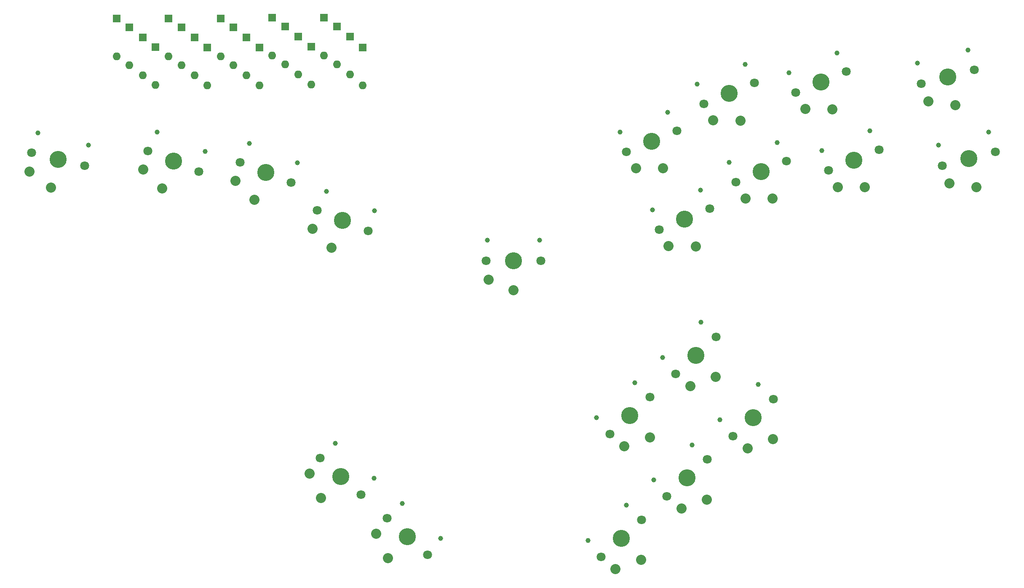
<source format=gbr>
%TF.GenerationSoftware,KiCad,Pcbnew,(6.0.4-0)*%
%TF.CreationDate,2022-08-03T16:22:01+02:00*%
%TF.ProjectId,ergosmash,6572676f-736d-4617-9368-2e6b69636164,rev?*%
%TF.SameCoordinates,Original*%
%TF.FileFunction,Soldermask,Bot*%
%TF.FilePolarity,Negative*%
%FSLAX46Y46*%
G04 Gerber Fmt 4.6, Leading zero omitted, Abs format (unit mm)*
G04 Created by KiCad (PCBNEW (6.0.4-0)) date 2022-08-03 16:22:01*
%MOMM*%
%LPD*%
G01*
G04 APERTURE LIST*
%ADD10C,0.990600*%
%ADD11C,1.800000*%
%ADD12C,3.429000*%
%ADD13C,2.032000*%
%ADD14R,1.600000X1.600000*%
%ADD15O,1.600000X1.600000*%
G04 APERTURE END LIST*
D10*
%TO.C,SW20*%
X225795836Y-48880389D03*
D11*
X226576351Y-53016715D03*
D12*
X231901163Y-51639625D03*
D11*
X237225975Y-50262535D03*
D10*
X235903298Y-46266421D03*
D13*
X233378405Y-57351696D03*
X228011869Y-56570486D03*
%TD*%
D10*
%TO.C,SW19*%
X199976676Y-50815841D03*
D11*
X201325261Y-54803287D03*
D12*
X206406598Y-52698528D03*
D11*
X211487935Y-50593769D03*
D10*
X209621979Y-46820626D03*
D13*
X208664430Y-58149417D03*
X203241397Y-58122687D03*
%TD*%
D10*
%TO.C,SW18*%
X181489256Y-53108277D03*
D11*
X182837841Y-57095723D03*
D12*
X187919178Y-54990964D03*
D11*
X193000515Y-52886205D03*
D10*
X191134559Y-49113062D03*
D13*
X190177010Y-60441853D03*
X184753977Y-60415123D03*
%TD*%
D10*
%TO.C,SW17*%
X165961226Y-62725464D03*
D11*
X167309811Y-66712910D03*
D12*
X172391148Y-64608151D03*
D11*
X177472485Y-62503392D03*
D10*
X175606529Y-58730249D03*
D13*
X174648980Y-70059040D03*
X169225947Y-70032310D03*
%TD*%
D10*
%TO.C,SW16*%
X230005538Y-65351224D03*
D11*
X230786053Y-69487550D03*
D12*
X236110865Y-68110460D03*
D11*
X241435677Y-66733370D03*
D10*
X240113000Y-62737256D03*
D13*
X237588107Y-73822531D03*
X232221571Y-73041321D03*
%TD*%
D10*
%TO.C,SW15*%
X206530426Y-66503045D03*
D11*
X207879011Y-70490491D03*
D12*
X212960348Y-68385732D03*
D11*
X218041685Y-66280973D03*
D10*
X216175729Y-62507830D03*
D13*
X215218180Y-73836621D03*
X209795147Y-73809891D03*
%TD*%
D10*
%TO.C,SW14*%
X187968485Y-68825591D03*
D11*
X189317070Y-72813037D03*
D12*
X194398407Y-70708278D03*
D11*
X199479744Y-68603519D03*
D10*
X197613788Y-64830376D03*
D13*
X196656239Y-76159167D03*
X191233206Y-76132437D03*
%TD*%
D10*
%TO.C,SW13*%
X172514975Y-78412669D03*
D11*
X173863560Y-82400115D03*
D12*
X178944897Y-80295356D03*
D11*
X184026234Y-78190597D03*
D10*
X182160278Y-74417454D03*
D13*
X181202729Y-85746245D03*
X175779696Y-85719515D03*
%TD*%
D10*
%TO.C,SW12*%
X161301769Y-120270594D03*
D11*
X163932811Y-123556324D03*
D12*
X167987836Y-119840578D03*
D11*
X172042861Y-116124832D03*
D10*
X168998945Y-113217432D03*
D13*
X171973818Y-124190514D03*
X166868692Y-126020183D03*
%TD*%
D10*
%TO.C,SW11*%
X174572763Y-108109970D03*
D11*
X177203805Y-111395700D03*
D12*
X181258830Y-107679954D03*
D11*
X185313855Y-103964208D03*
D10*
X182269939Y-101056808D03*
D13*
X185244812Y-112029890D03*
X180139686Y-113859559D03*
%TD*%
D10*
%TO.C,SW10*%
X172786808Y-132804310D03*
D11*
X175417850Y-136090040D03*
D12*
X179472875Y-132374294D03*
D11*
X183527900Y-128658548D03*
D10*
X180483984Y-125751148D03*
D13*
X183458857Y-136724230D03*
X178353731Y-138553899D03*
%TD*%
D10*
%TO.C,SW9*%
X186057798Y-120643685D03*
D11*
X188688840Y-123929415D03*
D12*
X192743865Y-120213669D03*
D11*
X196798890Y-116497923D03*
D10*
X193754974Y-113590523D03*
D13*
X196729847Y-124563605D03*
X191624721Y-126393274D03*
%TD*%
D10*
%TO.C,SW8*%
X139368470Y-84475535D03*
D11*
X139088470Y-88675535D03*
D12*
X144588470Y-88675535D03*
D11*
X150088470Y-88675535D03*
D10*
X149808470Y-84475535D03*
D13*
X144588470Y-94575535D03*
X139588470Y-92475535D03*
%TD*%
D10*
%TO.C,SW7*%
X159538103Y-144944510D03*
D11*
X162169145Y-148230240D03*
D12*
X166224170Y-144514494D03*
D11*
X170279195Y-140798748D03*
D10*
X167235279Y-137891348D03*
D13*
X170210152Y-148864430D03*
X165105026Y-150694099D03*
%TD*%
D10*
%TO.C,SW6*%
X122193876Y-137545903D03*
D11*
X119175446Y-140479755D03*
D12*
X123262743Y-144159973D03*
D11*
X127350040Y-147840191D03*
D10*
X129952308Y-144531626D03*
D13*
X119314872Y-148544527D03*
X117004323Y-143638270D03*
%TD*%
D10*
%TO.C,SW5*%
X108775788Y-125443344D03*
D11*
X105757358Y-128377196D03*
D12*
X109844655Y-132057414D03*
D11*
X113931952Y-135737632D03*
D10*
X116534220Y-132429067D03*
D13*
X105896784Y-136441968D03*
X103586235Y-131535711D03*
%TD*%
D10*
%TO.C,SW4*%
X106976596Y-74699539D03*
D11*
X105143637Y-78488822D03*
D12*
X110243148Y-80549158D03*
D11*
X115342659Y-82609494D03*
D10*
X116656395Y-78610432D03*
D13*
X108032969Y-86019543D03*
X104183724Y-82199424D03*
%TD*%
D10*
%TO.C,SW3*%
X91494815Y-65039600D03*
D11*
X89661856Y-68828883D03*
D12*
X94761367Y-70889219D03*
D11*
X99860878Y-72949555D03*
D10*
X101174614Y-68950493D03*
D13*
X92551188Y-76359604D03*
X88701943Y-72539485D03*
%TD*%
D10*
%TO.C,SW2*%
X72951567Y-62770697D03*
D11*
X71118608Y-66559980D03*
D12*
X76218119Y-68620316D03*
D11*
X81317630Y-70680652D03*
D10*
X82631366Y-66681590D03*
D13*
X74007940Y-74090701D03*
X70158695Y-70270582D03*
%TD*%
D10*
%TO.C,SW1*%
X49011961Y-62890514D03*
D11*
X47724207Y-66898018D03*
D12*
X53060833Y-68228588D03*
D11*
X58397459Y-69559158D03*
D10*
X59141849Y-65416178D03*
D13*
X51633494Y-73953333D03*
X47290051Y-70706102D03*
%TD*%
D14*
%TO.C,D5*%
X75200000Y-39851868D03*
D15*
X75200000Y-47471868D03*
%TD*%
D14*
%TO.C,D1*%
X64800000Y-39851866D03*
D15*
X64800000Y-47471866D03*
%TD*%
D14*
%TO.C,D10*%
X88300000Y-41661869D03*
D15*
X88300000Y-49281869D03*
%TD*%
D14*
%TO.C,D8*%
X83047150Y-45731868D03*
D15*
X83047150Y-53351868D03*
%TD*%
D14*
%TO.C,D4*%
X72600000Y-45661866D03*
D15*
X72600000Y-53281866D03*
%TD*%
D14*
%TO.C,D13*%
X96100000Y-39731864D03*
D15*
X96100000Y-47351864D03*
%TD*%
D14*
%TO.C,D19*%
X111700000Y-43541864D03*
D15*
X111700000Y-51161864D03*
%TD*%
D14*
%TO.C,D16*%
X103900000Y-45541866D03*
D15*
X103900000Y-53161866D03*
%TD*%
D14*
%TO.C,D20*%
X114300000Y-45731866D03*
D15*
X114300000Y-53351866D03*
%TD*%
D14*
%TO.C,D18*%
X109100000Y-41541865D03*
D15*
X109100000Y-49161865D03*
%TD*%
D14*
%TO.C,D6*%
X77847152Y-41661867D03*
D15*
X77847152Y-49281867D03*
%TD*%
D14*
%TO.C,D17*%
X106500000Y-39731868D03*
D15*
X106500000Y-47351868D03*
%TD*%
D14*
%TO.C,D12*%
X93500000Y-45731866D03*
D15*
X93500000Y-53351866D03*
%TD*%
D14*
%TO.C,D2*%
X67400000Y-41661866D03*
D15*
X67400000Y-49281866D03*
%TD*%
D14*
%TO.C,D9*%
X85700000Y-39851865D03*
D15*
X85700000Y-47471865D03*
%TD*%
D14*
%TO.C,D14*%
X98700000Y-41541865D03*
D15*
X98700000Y-49161865D03*
%TD*%
D14*
%TO.C,D7*%
X80447156Y-43661864D03*
D15*
X80447156Y-51281864D03*
%TD*%
D14*
%TO.C,D15*%
X101300000Y-43541867D03*
D15*
X101300000Y-51161867D03*
%TD*%
D14*
%TO.C,D3*%
X70100000Y-43661864D03*
D15*
X70100000Y-51281864D03*
%TD*%
D14*
%TO.C,D11*%
X90900000Y-43731868D03*
D15*
X90900000Y-51351868D03*
%TD*%
M02*

</source>
